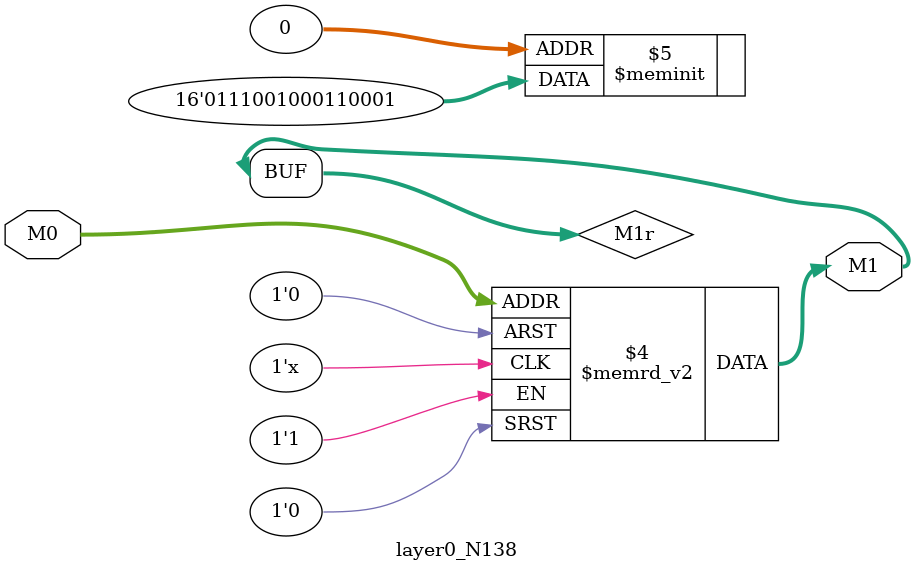
<source format=v>
module layer0_N138 ( input [2:0] M0, output [1:0] M1 );

	(*rom_style = "distributed" *) reg [1:0] M1r;
	assign M1 = M1r;
	always @ (M0) begin
		case (M0)
			3'b000: M1r = 2'b01;
			3'b100: M1r = 2'b10;
			3'b010: M1r = 2'b11;
			3'b110: M1r = 2'b11;
			3'b001: M1r = 2'b00;
			3'b101: M1r = 2'b00;
			3'b011: M1r = 2'b00;
			3'b111: M1r = 2'b01;

		endcase
	end
endmodule

</source>
